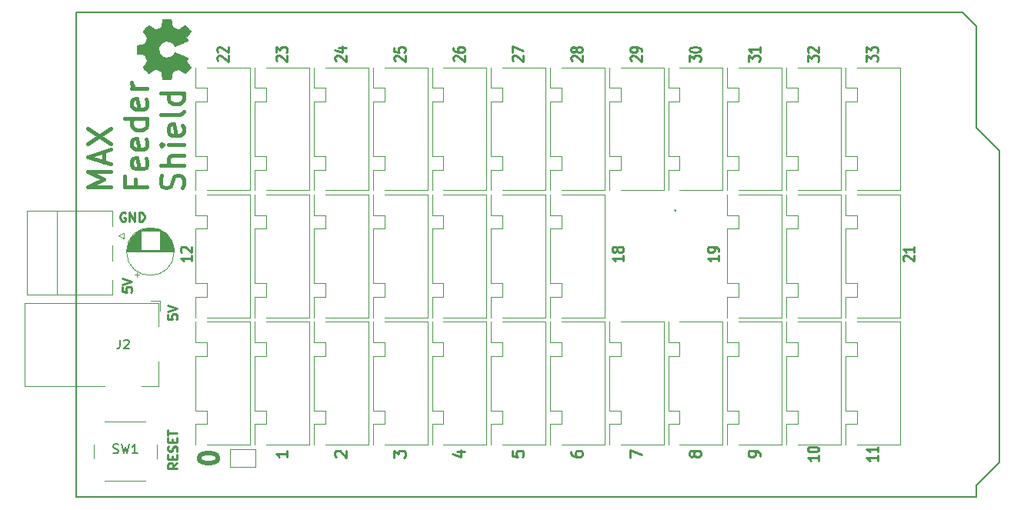
<source format=gbr>
%TF.GenerationSoftware,KiCad,Pcbnew,(6.0.5)*%
%TF.CreationDate,2022-07-11T22:22:59-04:00*%
%TF.ProjectId,MAXFeederShield,4d415846-6565-4646-9572-536869656c64,rev?*%
%TF.SameCoordinates,Original*%
%TF.FileFunction,Legend,Top*%
%TF.FilePolarity,Positive*%
%FSLAX46Y46*%
G04 Gerber Fmt 4.6, Leading zero omitted, Abs format (unit mm)*
G04 Created by KiCad (PCBNEW (6.0.5)) date 2022-07-11 22:22:59*
%MOMM*%
%LPD*%
G01*
G04 APERTURE LIST*
%ADD10C,0.250000*%
%ADD11C,0.500000*%
%ADD12C,0.400000*%
%ADD13C,0.150000*%
%ADD14C,0.120000*%
%ADD15C,0.010000*%
G04 APERTURE END LIST*
D10*
X84452380Y-91027976D02*
X83976190Y-91361309D01*
X84452380Y-91599404D02*
X83452380Y-91599404D01*
X83452380Y-91218452D01*
X83500000Y-91123214D01*
X83547619Y-91075595D01*
X83642857Y-91027976D01*
X83785714Y-91027976D01*
X83880952Y-91075595D01*
X83928571Y-91123214D01*
X83976190Y-91218452D01*
X83976190Y-91599404D01*
X83928571Y-90599404D02*
X83928571Y-90266071D01*
X84452380Y-90123214D02*
X84452380Y-90599404D01*
X83452380Y-90599404D01*
X83452380Y-90123214D01*
X84404761Y-89742261D02*
X84452380Y-89599404D01*
X84452380Y-89361309D01*
X84404761Y-89266071D01*
X84357142Y-89218452D01*
X84261904Y-89170833D01*
X84166666Y-89170833D01*
X84071428Y-89218452D01*
X84023809Y-89266071D01*
X83976190Y-89361309D01*
X83928571Y-89551785D01*
X83880952Y-89647023D01*
X83833333Y-89694642D01*
X83738095Y-89742261D01*
X83642857Y-89742261D01*
X83547619Y-89694642D01*
X83500000Y-89647023D01*
X83452380Y-89551785D01*
X83452380Y-89313690D01*
X83500000Y-89170833D01*
X83928571Y-88742261D02*
X83928571Y-88408928D01*
X84452380Y-88266071D02*
X84452380Y-88742261D01*
X83452380Y-88742261D01*
X83452380Y-88266071D01*
X83452380Y-87980357D02*
X83452380Y-87408928D01*
X84452380Y-87694642D02*
X83452380Y-87694642D01*
D11*
X86904761Y-90595238D02*
X86904761Y-90404761D01*
X87000000Y-90214285D01*
X87095238Y-90119047D01*
X87285714Y-90023809D01*
X87666666Y-89928571D01*
X88142857Y-89928571D01*
X88523809Y-90023809D01*
X88714285Y-90119047D01*
X88809523Y-90214285D01*
X88904761Y-90404761D01*
X88904761Y-90595238D01*
X88809523Y-90785714D01*
X88714285Y-90880952D01*
X88523809Y-90976190D01*
X88142857Y-91071428D01*
X87666666Y-91071428D01*
X87285714Y-90976190D01*
X87095238Y-90880952D01*
X87000000Y-90785714D01*
X86904761Y-90595238D01*
D10*
X140815476Y-46809523D02*
X140815476Y-46190476D01*
X141291666Y-46523809D01*
X141291666Y-46380952D01*
X141351190Y-46285714D01*
X141410714Y-46238095D01*
X141529761Y-46190476D01*
X141827380Y-46190476D01*
X141946428Y-46238095D01*
X142005952Y-46285714D01*
X142065476Y-46380952D01*
X142065476Y-46666666D01*
X142005952Y-46761904D01*
X141946428Y-46809523D01*
X140815476Y-45571428D02*
X140815476Y-45476190D01*
X140875000Y-45380952D01*
X140934523Y-45333333D01*
X141053571Y-45285714D01*
X141291666Y-45238095D01*
X141589285Y-45238095D01*
X141827380Y-45285714D01*
X141946428Y-45333333D01*
X142005952Y-45380952D01*
X142065476Y-45476190D01*
X142065476Y-45571428D01*
X142005952Y-45666666D01*
X141946428Y-45714285D01*
X141827380Y-45761904D01*
X141589285Y-45809523D01*
X141291666Y-45809523D01*
X141053571Y-45761904D01*
X140934523Y-45714285D01*
X140875000Y-45666666D01*
X140815476Y-45571428D01*
X127934523Y-46761904D02*
X127875000Y-46714285D01*
X127815476Y-46619047D01*
X127815476Y-46380952D01*
X127875000Y-46285714D01*
X127934523Y-46238095D01*
X128053571Y-46190476D01*
X128172619Y-46190476D01*
X128351190Y-46238095D01*
X129065476Y-46809523D01*
X129065476Y-46190476D01*
X128351190Y-45619047D02*
X128291666Y-45714285D01*
X128232142Y-45761904D01*
X128113095Y-45809523D01*
X128053571Y-45809523D01*
X127934523Y-45761904D01*
X127875000Y-45714285D01*
X127815476Y-45619047D01*
X127815476Y-45428571D01*
X127875000Y-45333333D01*
X127934523Y-45285714D01*
X128053571Y-45238095D01*
X128113095Y-45238095D01*
X128232142Y-45285714D01*
X128291666Y-45333333D01*
X128351190Y-45428571D01*
X128351190Y-45619047D01*
X128410714Y-45714285D01*
X128470238Y-45761904D01*
X128589285Y-45809523D01*
X128827380Y-45809523D01*
X128946428Y-45761904D01*
X129005952Y-45714285D01*
X129065476Y-45619047D01*
X129065476Y-45428571D01*
X129005952Y-45333333D01*
X128946428Y-45285714D01*
X128827380Y-45238095D01*
X128589285Y-45238095D01*
X128470238Y-45285714D01*
X128410714Y-45333333D01*
X128351190Y-45428571D01*
X134315476Y-90416666D02*
X134315476Y-89583333D01*
X135565476Y-90119047D01*
X148565476Y-90238095D02*
X148565476Y-90000000D01*
X148505952Y-89880952D01*
X148446428Y-89821428D01*
X148267857Y-89702380D01*
X148029761Y-89642857D01*
X147553571Y-89642857D01*
X147434523Y-89702380D01*
X147375000Y-89761904D01*
X147315476Y-89880952D01*
X147315476Y-90119047D01*
X147375000Y-90238095D01*
X147434523Y-90297619D01*
X147553571Y-90357142D01*
X147851190Y-90357142D01*
X147970238Y-90297619D01*
X148029761Y-90238095D01*
X148089285Y-90119047D01*
X148089285Y-89880952D01*
X148029761Y-89761904D01*
X147970238Y-89702380D01*
X147851190Y-89642857D01*
X88934523Y-46761904D02*
X88875000Y-46714285D01*
X88815476Y-46619047D01*
X88815476Y-46380952D01*
X88875000Y-46285714D01*
X88934523Y-46238095D01*
X89053571Y-46190476D01*
X89172619Y-46190476D01*
X89351190Y-46238095D01*
X90065476Y-46809523D01*
X90065476Y-46190476D01*
X88934523Y-45809523D02*
X88875000Y-45761904D01*
X88815476Y-45666666D01*
X88815476Y-45428571D01*
X88875000Y-45333333D01*
X88934523Y-45285714D01*
X89053571Y-45238095D01*
X89172619Y-45238095D01*
X89351190Y-45285714D01*
X90065476Y-45857142D01*
X90065476Y-45238095D01*
X78452380Y-71690476D02*
X78452380Y-72166666D01*
X78928571Y-72214285D01*
X78880952Y-72166666D01*
X78833333Y-72071428D01*
X78833333Y-71833333D01*
X78880952Y-71738095D01*
X78928571Y-71690476D01*
X79023809Y-71642857D01*
X79261904Y-71642857D01*
X79357142Y-71690476D01*
X79404761Y-71738095D01*
X79452380Y-71833333D01*
X79452380Y-72071428D01*
X79404761Y-72166666D01*
X79357142Y-72214285D01*
X78452380Y-71357142D02*
X79452380Y-71023809D01*
X78452380Y-70690476D01*
X114934523Y-46761904D02*
X114875000Y-46714285D01*
X114815476Y-46619047D01*
X114815476Y-46380952D01*
X114875000Y-46285714D01*
X114934523Y-46238095D01*
X115053571Y-46190476D01*
X115172619Y-46190476D01*
X115351190Y-46238095D01*
X116065476Y-46809523D01*
X116065476Y-46190476D01*
X114815476Y-45333333D02*
X114815476Y-45523809D01*
X114875000Y-45619047D01*
X114934523Y-45666666D01*
X115113095Y-45761904D01*
X115351190Y-45809523D01*
X115827380Y-45809523D01*
X115946428Y-45761904D01*
X116005952Y-45714285D01*
X116065476Y-45619047D01*
X116065476Y-45428571D01*
X116005952Y-45333333D01*
X115946428Y-45285714D01*
X115827380Y-45238095D01*
X115529761Y-45238095D01*
X115410714Y-45285714D01*
X115351190Y-45333333D01*
X115291666Y-45428571D01*
X115291666Y-45619047D01*
X115351190Y-45714285D01*
X115410714Y-45761904D01*
X115529761Y-45809523D01*
X78738095Y-63500000D02*
X78642857Y-63452380D01*
X78500000Y-63452380D01*
X78357142Y-63500000D01*
X78261904Y-63595238D01*
X78214285Y-63690476D01*
X78166666Y-63880952D01*
X78166666Y-64023809D01*
X78214285Y-64214285D01*
X78261904Y-64309523D01*
X78357142Y-64404761D01*
X78500000Y-64452380D01*
X78595238Y-64452380D01*
X78738095Y-64404761D01*
X78785714Y-64357142D01*
X78785714Y-64023809D01*
X78595238Y-64023809D01*
X79214285Y-64452380D02*
X79214285Y-63452380D01*
X79785714Y-64452380D01*
X79785714Y-63452380D01*
X80261904Y-64452380D02*
X80261904Y-63452380D01*
X80500000Y-63452380D01*
X80642857Y-63500000D01*
X80738095Y-63595238D01*
X80785714Y-63690476D01*
X80833333Y-63880952D01*
X80833333Y-64023809D01*
X80785714Y-64214285D01*
X80738095Y-64309523D01*
X80642857Y-64404761D01*
X80500000Y-64452380D01*
X80261904Y-64452380D01*
X101934523Y-46761904D02*
X101875000Y-46714285D01*
X101815476Y-46619047D01*
X101815476Y-46380952D01*
X101875000Y-46285714D01*
X101934523Y-46238095D01*
X102053571Y-46190476D01*
X102172619Y-46190476D01*
X102351190Y-46238095D01*
X103065476Y-46809523D01*
X103065476Y-46190476D01*
X102232142Y-45333333D02*
X103065476Y-45333333D01*
X101755952Y-45571428D02*
X102648809Y-45809523D01*
X102648809Y-45190476D01*
X108315476Y-90416666D02*
X108315476Y-89642857D01*
X108791666Y-90059523D01*
X108791666Y-89880952D01*
X108851190Y-89761904D01*
X108910714Y-89702380D01*
X109029761Y-89642857D01*
X109327380Y-89642857D01*
X109446428Y-89702380D01*
X109505952Y-89761904D01*
X109565476Y-89880952D01*
X109565476Y-90238095D01*
X109505952Y-90357142D01*
X109446428Y-90416666D01*
X96565476Y-89642857D02*
X96565476Y-90357142D01*
X96565476Y-90000000D02*
X95315476Y-90000000D01*
X95494047Y-90119047D01*
X95613095Y-90238095D01*
X95672619Y-90357142D01*
X115232142Y-89761904D02*
X116065476Y-89761904D01*
X114755952Y-90059523D02*
X115648809Y-90357142D01*
X115648809Y-89583333D01*
X161565476Y-90190476D02*
X161565476Y-90761904D01*
X161565476Y-90476190D02*
X160315476Y-90476190D01*
X160494047Y-90571428D01*
X160613095Y-90666666D01*
X160672619Y-90761904D01*
X161565476Y-89238095D02*
X161565476Y-89809523D01*
X161565476Y-89523809D02*
X160315476Y-89523809D01*
X160494047Y-89619047D01*
X160613095Y-89714285D01*
X160672619Y-89809523D01*
X108434523Y-46761904D02*
X108375000Y-46714285D01*
X108315476Y-46619047D01*
X108315476Y-46380952D01*
X108375000Y-46285714D01*
X108434523Y-46238095D01*
X108553571Y-46190476D01*
X108672619Y-46190476D01*
X108851190Y-46238095D01*
X109565476Y-46809523D01*
X109565476Y-46190476D01*
X108315476Y-45285714D02*
X108315476Y-45761904D01*
X108910714Y-45809523D01*
X108851190Y-45761904D01*
X108791666Y-45666666D01*
X108791666Y-45428571D01*
X108851190Y-45333333D01*
X108910714Y-45285714D01*
X109029761Y-45238095D01*
X109327380Y-45238095D01*
X109446428Y-45285714D01*
X109505952Y-45333333D01*
X109565476Y-45428571D01*
X109565476Y-45666666D01*
X109505952Y-45761904D01*
X109446428Y-45809523D01*
X141351190Y-90119047D02*
X141291666Y-90238095D01*
X141232142Y-90297619D01*
X141113095Y-90357142D01*
X141053571Y-90357142D01*
X140934523Y-90297619D01*
X140875000Y-90238095D01*
X140815476Y-90119047D01*
X140815476Y-89880952D01*
X140875000Y-89761904D01*
X140934523Y-89702380D01*
X141053571Y-89642857D01*
X141113095Y-89642857D01*
X141232142Y-89702380D01*
X141291666Y-89761904D01*
X141351190Y-89880952D01*
X141351190Y-90119047D01*
X141410714Y-90238095D01*
X141470238Y-90297619D01*
X141589285Y-90357142D01*
X141827380Y-90357142D01*
X141946428Y-90297619D01*
X142005952Y-90238095D01*
X142065476Y-90119047D01*
X142065476Y-89880952D01*
X142005952Y-89761904D01*
X141946428Y-89702380D01*
X141827380Y-89642857D01*
X141589285Y-89642857D01*
X141470238Y-89702380D01*
X141410714Y-89761904D01*
X141351190Y-89880952D01*
X86065476Y-68190476D02*
X86065476Y-68761904D01*
X86065476Y-68476190D02*
X84815476Y-68476190D01*
X84994047Y-68571428D01*
X85113095Y-68666666D01*
X85172619Y-68761904D01*
X84934523Y-67809523D02*
X84875000Y-67761904D01*
X84815476Y-67666666D01*
X84815476Y-67428571D01*
X84875000Y-67333333D01*
X84934523Y-67285714D01*
X85053571Y-67238095D01*
X85172619Y-67238095D01*
X85351190Y-67285714D01*
X86065476Y-67857142D01*
X86065476Y-67238095D01*
X83452380Y-74690476D02*
X83452380Y-75166666D01*
X83928571Y-75214285D01*
X83880952Y-75166666D01*
X83833333Y-75071428D01*
X83833333Y-74833333D01*
X83880952Y-74738095D01*
X83928571Y-74690476D01*
X84023809Y-74642857D01*
X84261904Y-74642857D01*
X84357142Y-74690476D01*
X84404761Y-74738095D01*
X84452380Y-74833333D01*
X84452380Y-75071428D01*
X84404761Y-75166666D01*
X84357142Y-75214285D01*
X83452380Y-74357142D02*
X84452380Y-74023809D01*
X83452380Y-73690476D01*
X147315476Y-46809523D02*
X147315476Y-46190476D01*
X147791666Y-46523809D01*
X147791666Y-46380952D01*
X147851190Y-46285714D01*
X147910714Y-46238095D01*
X148029761Y-46190476D01*
X148327380Y-46190476D01*
X148446428Y-46238095D01*
X148505952Y-46285714D01*
X148565476Y-46380952D01*
X148565476Y-46666666D01*
X148505952Y-46761904D01*
X148446428Y-46809523D01*
X148565476Y-45238095D02*
X148565476Y-45809523D01*
X148565476Y-45523809D02*
X147315476Y-45523809D01*
X147494047Y-45619047D01*
X147613095Y-45714285D01*
X147672619Y-45809523D01*
X164434523Y-68761904D02*
X164375000Y-68714285D01*
X164315476Y-68619047D01*
X164315476Y-68380952D01*
X164375000Y-68285714D01*
X164434523Y-68238095D01*
X164553571Y-68190476D01*
X164672619Y-68190476D01*
X164851190Y-68238095D01*
X165565476Y-68809523D01*
X165565476Y-68190476D01*
X165565476Y-67238095D02*
X165565476Y-67809523D01*
X165565476Y-67523809D02*
X164315476Y-67523809D01*
X164494047Y-67619047D01*
X164613095Y-67714285D01*
X164672619Y-67809523D01*
X155065476Y-90190476D02*
X155065476Y-90761904D01*
X155065476Y-90476190D02*
X153815476Y-90476190D01*
X153994047Y-90571428D01*
X154113095Y-90666666D01*
X154172619Y-90761904D01*
X153815476Y-89571428D02*
X153815476Y-89476190D01*
X153875000Y-89380952D01*
X153934523Y-89333333D01*
X154053571Y-89285714D01*
X154291666Y-89238095D01*
X154589285Y-89238095D01*
X154827380Y-89285714D01*
X154946428Y-89333333D01*
X155005952Y-89380952D01*
X155065476Y-89476190D01*
X155065476Y-89571428D01*
X155005952Y-89666666D01*
X154946428Y-89714285D01*
X154827380Y-89761904D01*
X154589285Y-89809523D01*
X154291666Y-89809523D01*
X154053571Y-89761904D01*
X153934523Y-89714285D01*
X153875000Y-89666666D01*
X153815476Y-89571428D01*
X127815476Y-89761904D02*
X127815476Y-90000000D01*
X127875000Y-90119047D01*
X127934523Y-90178571D01*
X128113095Y-90297619D01*
X128351190Y-90357142D01*
X128827380Y-90357142D01*
X128946428Y-90297619D01*
X129005952Y-90238095D01*
X129065476Y-90119047D01*
X129065476Y-89880952D01*
X129005952Y-89761904D01*
X128946428Y-89702380D01*
X128827380Y-89642857D01*
X128529761Y-89642857D01*
X128410714Y-89702380D01*
X128351190Y-89761904D01*
X128291666Y-89880952D01*
X128291666Y-90119047D01*
X128351190Y-90238095D01*
X128410714Y-90297619D01*
X128529761Y-90357142D01*
X144065476Y-68190476D02*
X144065476Y-68761904D01*
X144065476Y-68476190D02*
X142815476Y-68476190D01*
X142994047Y-68571428D01*
X143113095Y-68666666D01*
X143172619Y-68761904D01*
X144065476Y-67714285D02*
X144065476Y-67523809D01*
X144005952Y-67428571D01*
X143946428Y-67380952D01*
X143767857Y-67285714D01*
X143529761Y-67238095D01*
X143053571Y-67238095D01*
X142934523Y-67285714D01*
X142875000Y-67333333D01*
X142815476Y-67428571D01*
X142815476Y-67619047D01*
X142875000Y-67714285D01*
X142934523Y-67761904D01*
X143053571Y-67809523D01*
X143351190Y-67809523D01*
X143470238Y-67761904D01*
X143529761Y-67714285D01*
X143589285Y-67619047D01*
X143589285Y-67428571D01*
X143529761Y-67333333D01*
X143470238Y-67285714D01*
X143351190Y-67238095D01*
X121434523Y-46761904D02*
X121375000Y-46714285D01*
X121315476Y-46619047D01*
X121315476Y-46380952D01*
X121375000Y-46285714D01*
X121434523Y-46238095D01*
X121553571Y-46190476D01*
X121672619Y-46190476D01*
X121851190Y-46238095D01*
X122565476Y-46809523D01*
X122565476Y-46190476D01*
X121315476Y-45857142D02*
X121315476Y-45190476D01*
X122565476Y-45619047D01*
X101934523Y-90357142D02*
X101875000Y-90297619D01*
X101815476Y-90178571D01*
X101815476Y-89880952D01*
X101875000Y-89761904D01*
X101934523Y-89702380D01*
X102053571Y-89642857D01*
X102172619Y-89642857D01*
X102351190Y-89702380D01*
X103065476Y-90416666D01*
X103065476Y-89642857D01*
X134434523Y-46761904D02*
X134375000Y-46714285D01*
X134315476Y-46619047D01*
X134315476Y-46380952D01*
X134375000Y-46285714D01*
X134434523Y-46238095D01*
X134553571Y-46190476D01*
X134672619Y-46190476D01*
X134851190Y-46238095D01*
X135565476Y-46809523D01*
X135565476Y-46190476D01*
X135565476Y-45714285D02*
X135565476Y-45523809D01*
X135505952Y-45428571D01*
X135446428Y-45380952D01*
X135267857Y-45285714D01*
X135029761Y-45238095D01*
X134553571Y-45238095D01*
X134434523Y-45285714D01*
X134375000Y-45333333D01*
X134315476Y-45428571D01*
X134315476Y-45619047D01*
X134375000Y-45714285D01*
X134434523Y-45761904D01*
X134553571Y-45809523D01*
X134851190Y-45809523D01*
X134970238Y-45761904D01*
X135029761Y-45714285D01*
X135089285Y-45619047D01*
X135089285Y-45428571D01*
X135029761Y-45333333D01*
X134970238Y-45285714D01*
X134851190Y-45238095D01*
X121315476Y-89702380D02*
X121315476Y-90297619D01*
X121910714Y-90357142D01*
X121851190Y-90297619D01*
X121791666Y-90178571D01*
X121791666Y-89880952D01*
X121851190Y-89761904D01*
X121910714Y-89702380D01*
X122029761Y-89642857D01*
X122327380Y-89642857D01*
X122446428Y-89702380D01*
X122505952Y-89761904D01*
X122565476Y-89880952D01*
X122565476Y-90178571D01*
X122505952Y-90297619D01*
X122446428Y-90357142D01*
X160315476Y-46809523D02*
X160315476Y-46190476D01*
X160791666Y-46523809D01*
X160791666Y-46380952D01*
X160851190Y-46285714D01*
X160910714Y-46238095D01*
X161029761Y-46190476D01*
X161327380Y-46190476D01*
X161446428Y-46238095D01*
X161505952Y-46285714D01*
X161565476Y-46380952D01*
X161565476Y-46666666D01*
X161505952Y-46761904D01*
X161446428Y-46809523D01*
X160315476Y-45857142D02*
X160315476Y-45238095D01*
X160791666Y-45571428D01*
X160791666Y-45428571D01*
X160851190Y-45333333D01*
X160910714Y-45285714D01*
X161029761Y-45238095D01*
X161327380Y-45238095D01*
X161446428Y-45285714D01*
X161505952Y-45333333D01*
X161565476Y-45428571D01*
X161565476Y-45714285D01*
X161505952Y-45809523D01*
X161446428Y-45857142D01*
D12*
X77105952Y-60644761D02*
X74605952Y-60644761D01*
X76391666Y-59811428D01*
X74605952Y-58978095D01*
X77105952Y-58978095D01*
X76391666Y-57906666D02*
X76391666Y-56716190D01*
X77105952Y-58144761D02*
X74605952Y-57311428D01*
X77105952Y-56478095D01*
X74605952Y-55882857D02*
X77105952Y-54216190D01*
X74605952Y-54216190D02*
X77105952Y-55882857D01*
X79821428Y-59811428D02*
X79821428Y-60644761D01*
X81130952Y-60644761D02*
X78630952Y-60644761D01*
X78630952Y-59454285D01*
X81011904Y-57549523D02*
X81130952Y-57787619D01*
X81130952Y-58263809D01*
X81011904Y-58501904D01*
X80773809Y-58620952D01*
X79821428Y-58620952D01*
X79583333Y-58501904D01*
X79464285Y-58263809D01*
X79464285Y-57787619D01*
X79583333Y-57549523D01*
X79821428Y-57430476D01*
X80059523Y-57430476D01*
X80297619Y-58620952D01*
X81011904Y-55406666D02*
X81130952Y-55644761D01*
X81130952Y-56120952D01*
X81011904Y-56359047D01*
X80773809Y-56478095D01*
X79821428Y-56478095D01*
X79583333Y-56359047D01*
X79464285Y-56120952D01*
X79464285Y-55644761D01*
X79583333Y-55406666D01*
X79821428Y-55287619D01*
X80059523Y-55287619D01*
X80297619Y-56478095D01*
X81130952Y-53144761D02*
X78630952Y-53144761D01*
X81011904Y-53144761D02*
X81130952Y-53382857D01*
X81130952Y-53859047D01*
X81011904Y-54097142D01*
X80892857Y-54216190D01*
X80654761Y-54335238D01*
X79940476Y-54335238D01*
X79702380Y-54216190D01*
X79583333Y-54097142D01*
X79464285Y-53859047D01*
X79464285Y-53382857D01*
X79583333Y-53144761D01*
X81011904Y-51001904D02*
X81130952Y-51240000D01*
X81130952Y-51716190D01*
X81011904Y-51954285D01*
X80773809Y-52073333D01*
X79821428Y-52073333D01*
X79583333Y-51954285D01*
X79464285Y-51716190D01*
X79464285Y-51240000D01*
X79583333Y-51001904D01*
X79821428Y-50882857D01*
X80059523Y-50882857D01*
X80297619Y-52073333D01*
X81130952Y-49811428D02*
X79464285Y-49811428D01*
X79940476Y-49811428D02*
X79702380Y-49692380D01*
X79583333Y-49573333D01*
X79464285Y-49335238D01*
X79464285Y-49097142D01*
X85036904Y-60763809D02*
X85155952Y-60406666D01*
X85155952Y-59811428D01*
X85036904Y-59573333D01*
X84917857Y-59454285D01*
X84679761Y-59335238D01*
X84441666Y-59335238D01*
X84203571Y-59454285D01*
X84084523Y-59573333D01*
X83965476Y-59811428D01*
X83846428Y-60287619D01*
X83727380Y-60525714D01*
X83608333Y-60644761D01*
X83370238Y-60763809D01*
X83132142Y-60763809D01*
X82894047Y-60644761D01*
X82775000Y-60525714D01*
X82655952Y-60287619D01*
X82655952Y-59692380D01*
X82775000Y-59335238D01*
X85155952Y-58263809D02*
X82655952Y-58263809D01*
X85155952Y-57192380D02*
X83846428Y-57192380D01*
X83608333Y-57311428D01*
X83489285Y-57549523D01*
X83489285Y-57906666D01*
X83608333Y-58144761D01*
X83727380Y-58263809D01*
X85155952Y-56001904D02*
X83489285Y-56001904D01*
X82655952Y-56001904D02*
X82775000Y-56120952D01*
X82894047Y-56001904D01*
X82775000Y-55882857D01*
X82655952Y-56001904D01*
X82894047Y-56001904D01*
X85036904Y-53859047D02*
X85155952Y-54097142D01*
X85155952Y-54573333D01*
X85036904Y-54811428D01*
X84798809Y-54930476D01*
X83846428Y-54930476D01*
X83608333Y-54811428D01*
X83489285Y-54573333D01*
X83489285Y-54097142D01*
X83608333Y-53859047D01*
X83846428Y-53740000D01*
X84084523Y-53740000D01*
X84322619Y-54930476D01*
X85155952Y-52311428D02*
X85036904Y-52549523D01*
X84798809Y-52668571D01*
X82655952Y-52668571D01*
X85155952Y-50287619D02*
X82655952Y-50287619D01*
X85036904Y-50287619D02*
X85155952Y-50525714D01*
X85155952Y-51001904D01*
X85036904Y-51240000D01*
X84917857Y-51359047D01*
X84679761Y-51478095D01*
X83965476Y-51478095D01*
X83727380Y-51359047D01*
X83608333Y-51240000D01*
X83489285Y-51001904D01*
X83489285Y-50525714D01*
X83608333Y-50287619D01*
D10*
X133565476Y-68190476D02*
X133565476Y-68761904D01*
X133565476Y-68476190D02*
X132315476Y-68476190D01*
X132494047Y-68571428D01*
X132613095Y-68666666D01*
X132672619Y-68761904D01*
X132851190Y-67619047D02*
X132791666Y-67714285D01*
X132732142Y-67761904D01*
X132613095Y-67809523D01*
X132553571Y-67809523D01*
X132434523Y-67761904D01*
X132375000Y-67714285D01*
X132315476Y-67619047D01*
X132315476Y-67428571D01*
X132375000Y-67333333D01*
X132434523Y-67285714D01*
X132553571Y-67238095D01*
X132613095Y-67238095D01*
X132732142Y-67285714D01*
X132791666Y-67333333D01*
X132851190Y-67428571D01*
X132851190Y-67619047D01*
X132910714Y-67714285D01*
X132970238Y-67761904D01*
X133089285Y-67809523D01*
X133327380Y-67809523D01*
X133446428Y-67761904D01*
X133505952Y-67714285D01*
X133565476Y-67619047D01*
X133565476Y-67428571D01*
X133505952Y-67333333D01*
X133446428Y-67285714D01*
X133327380Y-67238095D01*
X133089285Y-67238095D01*
X132970238Y-67285714D01*
X132910714Y-67333333D01*
X132851190Y-67428571D01*
X153815476Y-46809523D02*
X153815476Y-46190476D01*
X154291666Y-46523809D01*
X154291666Y-46380952D01*
X154351190Y-46285714D01*
X154410714Y-46238095D01*
X154529761Y-46190476D01*
X154827380Y-46190476D01*
X154946428Y-46238095D01*
X155005952Y-46285714D01*
X155065476Y-46380952D01*
X155065476Y-46666666D01*
X155005952Y-46761904D01*
X154946428Y-46809523D01*
X153934523Y-45809523D02*
X153875000Y-45761904D01*
X153815476Y-45666666D01*
X153815476Y-45428571D01*
X153875000Y-45333333D01*
X153934523Y-45285714D01*
X154053571Y-45238095D01*
X154172619Y-45238095D01*
X154351190Y-45285714D01*
X155065476Y-45857142D01*
X155065476Y-45238095D01*
X95434523Y-46761904D02*
X95375000Y-46714285D01*
X95315476Y-46619047D01*
X95315476Y-46380952D01*
X95375000Y-46285714D01*
X95434523Y-46238095D01*
X95553571Y-46190476D01*
X95672619Y-46190476D01*
X95851190Y-46238095D01*
X96565476Y-46809523D01*
X96565476Y-46190476D01*
X95315476Y-45857142D02*
X95315476Y-45238095D01*
X95791666Y-45571428D01*
X95791666Y-45428571D01*
X95851190Y-45333333D01*
X95910714Y-45285714D01*
X96029761Y-45238095D01*
X96327380Y-45238095D01*
X96446428Y-45285714D01*
X96505952Y-45333333D01*
X96565476Y-45428571D01*
X96565476Y-45714285D01*
X96505952Y-45809523D01*
X96446428Y-45857142D01*
D13*
%TO.C,J2*%
X78166666Y-77452380D02*
X78166666Y-78166666D01*
X78119047Y-78309523D01*
X78023809Y-78404761D01*
X77880952Y-78452380D01*
X77785714Y-78452380D01*
X78595238Y-77547619D02*
X78642857Y-77500000D01*
X78738095Y-77452380D01*
X78976190Y-77452380D01*
X79071428Y-77500000D01*
X79119047Y-77547619D01*
X79166666Y-77642857D01*
X79166666Y-77738095D01*
X79119047Y-77880952D01*
X78547619Y-78452380D01*
X79166666Y-78452380D01*
%TO.C,SW1*%
X77416666Y-89904761D02*
X77559523Y-89952380D01*
X77797619Y-89952380D01*
X77892857Y-89904761D01*
X77940476Y-89857142D01*
X77988095Y-89761904D01*
X77988095Y-89666666D01*
X77940476Y-89571428D01*
X77892857Y-89523809D01*
X77797619Y-89476190D01*
X77607142Y-89428571D01*
X77511904Y-89380952D01*
X77464285Y-89333333D01*
X77416666Y-89238095D01*
X77416666Y-89142857D01*
X77464285Y-89047619D01*
X77511904Y-89000000D01*
X77607142Y-88952380D01*
X77845238Y-88952380D01*
X77988095Y-89000000D01*
X78321428Y-88952380D02*
X78559523Y-89952380D01*
X78750000Y-89238095D01*
X78940476Y-89952380D01*
X79178571Y-88952380D01*
X80083333Y-89952380D02*
X79511904Y-89952380D01*
X79797619Y-89952380D02*
X79797619Y-88952380D01*
X79702380Y-89095238D01*
X79607142Y-89190476D01*
X79511904Y-89238095D01*
%TO.C,XA1*%
X139284000Y-63143142D02*
X139331619Y-63190761D01*
X139284000Y-63238380D01*
X139236380Y-63190761D01*
X139284000Y-63143142D01*
X139284000Y-63238380D01*
D14*
%TO.C,J34*%
X151000000Y-75500000D02*
X151000000Y-89000000D01*
X146250000Y-86750000D02*
X145000000Y-86750000D01*
X146250000Y-79250000D02*
X145000000Y-79250000D01*
X146250000Y-77750000D02*
X146250000Y-79250000D01*
X145000000Y-79250000D02*
X145000000Y-85250000D01*
X146250000Y-89000000D02*
X151000000Y-89000000D01*
X145000000Y-75500000D02*
X145000000Y-77750000D01*
X146250000Y-75500000D02*
X151000000Y-75500000D01*
X146250000Y-85250000D02*
X146250000Y-86750000D01*
X145000000Y-85250000D02*
X146250000Y-85250000D01*
X145000000Y-86750000D02*
X145000000Y-89000000D01*
X145000000Y-77750000D02*
X146250000Y-77750000D01*
%TO.C,J8*%
X131500000Y-47500000D02*
X131500000Y-61000000D01*
X126750000Y-58750000D02*
X125500000Y-58750000D01*
X126750000Y-51250000D02*
X125500000Y-51250000D01*
X126750000Y-49750000D02*
X126750000Y-51250000D01*
X125500000Y-51250000D02*
X125500000Y-57250000D01*
X126750000Y-61000000D02*
X131500000Y-61000000D01*
X125500000Y-47500000D02*
X125500000Y-49750000D01*
X126750000Y-47500000D02*
X131500000Y-47500000D01*
X126750000Y-57250000D02*
X126750000Y-58750000D01*
X125500000Y-57250000D02*
X126750000Y-57250000D01*
X125500000Y-58750000D02*
X125500000Y-61000000D01*
X125500000Y-49750000D02*
X126750000Y-49750000D01*
%TO.C,J25*%
X92500000Y-75500000D02*
X92500000Y-89000000D01*
X87750000Y-86750000D02*
X86500000Y-86750000D01*
X87750000Y-79250000D02*
X86500000Y-79250000D01*
X87750000Y-77750000D02*
X87750000Y-79250000D01*
X86500000Y-79250000D02*
X86500000Y-85250000D01*
X87750000Y-89000000D02*
X92500000Y-89000000D01*
X86500000Y-75500000D02*
X86500000Y-77750000D01*
X87750000Y-75500000D02*
X92500000Y-75500000D01*
X87750000Y-85250000D02*
X87750000Y-86750000D01*
X86500000Y-85250000D02*
X87750000Y-85250000D01*
X86500000Y-86750000D02*
X86500000Y-89000000D01*
X86500000Y-77750000D02*
X87750000Y-77750000D01*
%TO.C,J28*%
X112000000Y-75500000D02*
X112000000Y-89000000D01*
X107250000Y-86750000D02*
X106000000Y-86750000D01*
X107250000Y-79250000D02*
X106000000Y-79250000D01*
X107250000Y-77750000D02*
X107250000Y-79250000D01*
X106000000Y-79250000D02*
X106000000Y-85250000D01*
X107250000Y-89000000D02*
X112000000Y-89000000D01*
X106000000Y-75500000D02*
X106000000Y-77750000D01*
X107250000Y-75500000D02*
X112000000Y-75500000D01*
X107250000Y-85250000D02*
X107250000Y-86750000D01*
X106000000Y-85250000D02*
X107250000Y-85250000D01*
X106000000Y-86750000D02*
X106000000Y-89000000D01*
X106000000Y-77750000D02*
X107250000Y-77750000D01*
%TO.C,J35*%
X157500000Y-75500000D02*
X157500000Y-89000000D01*
X152750000Y-86750000D02*
X151500000Y-86750000D01*
X152750000Y-79250000D02*
X151500000Y-79250000D01*
X152750000Y-77750000D02*
X152750000Y-79250000D01*
X151500000Y-79250000D02*
X151500000Y-85250000D01*
X152750000Y-89000000D02*
X157500000Y-89000000D01*
X151500000Y-75500000D02*
X151500000Y-77750000D01*
X152750000Y-75500000D02*
X157500000Y-75500000D01*
X152750000Y-85250000D02*
X152750000Y-86750000D01*
X151500000Y-85250000D02*
X152750000Y-85250000D01*
X151500000Y-86750000D02*
X151500000Y-89000000D01*
X151500000Y-77750000D02*
X152750000Y-77750000D01*
%TO.C,J3*%
X99000000Y-47500000D02*
X99000000Y-61000000D01*
X94250000Y-58750000D02*
X93000000Y-58750000D01*
X94250000Y-51250000D02*
X93000000Y-51250000D01*
X94250000Y-49750000D02*
X94250000Y-51250000D01*
X93000000Y-51250000D02*
X93000000Y-57250000D01*
X94250000Y-61000000D02*
X99000000Y-61000000D01*
X93000000Y-47500000D02*
X93000000Y-49750000D01*
X94250000Y-47500000D02*
X99000000Y-47500000D01*
X94250000Y-57250000D02*
X94250000Y-58750000D01*
X93000000Y-57250000D02*
X94250000Y-57250000D01*
X93000000Y-58750000D02*
X93000000Y-61000000D01*
X93000000Y-49750000D02*
X94250000Y-49750000D01*
%TO.C,J1*%
X92500000Y-47500000D02*
X92500000Y-61000000D01*
X87750000Y-58750000D02*
X86500000Y-58750000D01*
X87750000Y-51250000D02*
X86500000Y-51250000D01*
X87750000Y-49750000D02*
X87750000Y-51250000D01*
X86500000Y-51250000D02*
X86500000Y-57250000D01*
X87750000Y-61000000D02*
X92500000Y-61000000D01*
X86500000Y-47500000D02*
X86500000Y-49750000D01*
X87750000Y-47500000D02*
X92500000Y-47500000D01*
X87750000Y-57250000D02*
X87750000Y-58750000D01*
X86500000Y-57250000D02*
X87750000Y-57250000D01*
X86500000Y-58750000D02*
X86500000Y-61000000D01*
X86500000Y-49750000D02*
X87750000Y-49750000D01*
%TO.C,J26*%
X99000000Y-75500000D02*
X99000000Y-89000000D01*
X94250000Y-86750000D02*
X93000000Y-86750000D01*
X94250000Y-79250000D02*
X93000000Y-79250000D01*
X94250000Y-77750000D02*
X94250000Y-79250000D01*
X93000000Y-79250000D02*
X93000000Y-85250000D01*
X94250000Y-89000000D02*
X99000000Y-89000000D01*
X93000000Y-75500000D02*
X93000000Y-77750000D01*
X94250000Y-75500000D02*
X99000000Y-75500000D01*
X94250000Y-85250000D02*
X94250000Y-86750000D01*
X93000000Y-85250000D02*
X94250000Y-85250000D01*
X93000000Y-86750000D02*
X93000000Y-89000000D01*
X93000000Y-77750000D02*
X94250000Y-77750000D01*
%TO.C,J20*%
X131500000Y-61500000D02*
X131500000Y-75000000D01*
X126750000Y-72750000D02*
X125500000Y-72750000D01*
X126750000Y-65250000D02*
X125500000Y-65250000D01*
X126750000Y-63750000D02*
X126750000Y-65250000D01*
X125500000Y-65250000D02*
X125500000Y-71250000D01*
X126750000Y-75000000D02*
X131500000Y-75000000D01*
X125500000Y-61500000D02*
X125500000Y-63750000D01*
X126750000Y-61500000D02*
X131500000Y-61500000D01*
X126750000Y-71250000D02*
X126750000Y-72750000D01*
X125500000Y-71250000D02*
X126750000Y-71250000D01*
X125500000Y-72750000D02*
X125500000Y-75000000D01*
X125500000Y-63750000D02*
X126750000Y-63750000D01*
%TO.C,J11*%
X151000000Y-47500000D02*
X151000000Y-61000000D01*
X146250000Y-58750000D02*
X145000000Y-58750000D01*
X146250000Y-51250000D02*
X145000000Y-51250000D01*
X146250000Y-49750000D02*
X146250000Y-51250000D01*
X145000000Y-51250000D02*
X145000000Y-57250000D01*
X146250000Y-61000000D02*
X151000000Y-61000000D01*
X145000000Y-47500000D02*
X145000000Y-49750000D01*
X146250000Y-47500000D02*
X151000000Y-47500000D01*
X146250000Y-57250000D02*
X146250000Y-58750000D01*
X145000000Y-57250000D02*
X146250000Y-57250000D01*
X145000000Y-58750000D02*
X145000000Y-61000000D01*
X145000000Y-49750000D02*
X146250000Y-49750000D01*
%TO.C,J13*%
X164000000Y-47500000D02*
X164000000Y-61000000D01*
X159250000Y-58750000D02*
X158000000Y-58750000D01*
X159250000Y-51250000D02*
X158000000Y-51250000D01*
X159250000Y-49750000D02*
X159250000Y-51250000D01*
X158000000Y-51250000D02*
X158000000Y-57250000D01*
X159250000Y-61000000D02*
X164000000Y-61000000D01*
X158000000Y-47500000D02*
X158000000Y-49750000D01*
X159250000Y-47500000D02*
X164000000Y-47500000D01*
X159250000Y-57250000D02*
X159250000Y-58750000D01*
X158000000Y-57250000D02*
X159250000Y-57250000D01*
X158000000Y-58750000D02*
X158000000Y-61000000D01*
X158000000Y-49750000D02*
X159250000Y-49750000D01*
%TO.C,J32*%
X138000000Y-75500000D02*
X138000000Y-89000000D01*
X133250000Y-86750000D02*
X132000000Y-86750000D01*
X133250000Y-79250000D02*
X132000000Y-79250000D01*
X133250000Y-77750000D02*
X133250000Y-79250000D01*
X132000000Y-79250000D02*
X132000000Y-85250000D01*
X133250000Y-89000000D02*
X138000000Y-89000000D01*
X132000000Y-75500000D02*
X132000000Y-77750000D01*
X133250000Y-75500000D02*
X138000000Y-75500000D01*
X133250000Y-85250000D02*
X133250000Y-86750000D01*
X132000000Y-85250000D02*
X133250000Y-85250000D01*
X132000000Y-86750000D02*
X132000000Y-89000000D01*
X132000000Y-77750000D02*
X133250000Y-77750000D01*
%TO.C,J29*%
X118500000Y-75500000D02*
X118500000Y-89000000D01*
X113750000Y-86750000D02*
X112500000Y-86750000D01*
X113750000Y-79250000D02*
X112500000Y-79250000D01*
X113750000Y-77750000D02*
X113750000Y-79250000D01*
X112500000Y-79250000D02*
X112500000Y-85250000D01*
X113750000Y-89000000D02*
X118500000Y-89000000D01*
X112500000Y-75500000D02*
X112500000Y-77750000D01*
X113750000Y-75500000D02*
X118500000Y-75500000D01*
X113750000Y-85250000D02*
X113750000Y-86750000D01*
X112500000Y-85250000D02*
X113750000Y-85250000D01*
X112500000Y-86750000D02*
X112500000Y-89000000D01*
X112500000Y-77750000D02*
X113750000Y-77750000D01*
%TO.C,J19*%
X125000000Y-61500000D02*
X125000000Y-75000000D01*
X120250000Y-72750000D02*
X119000000Y-72750000D01*
X120250000Y-65250000D02*
X119000000Y-65250000D01*
X120250000Y-63750000D02*
X120250000Y-65250000D01*
X119000000Y-65250000D02*
X119000000Y-71250000D01*
X120250000Y-75000000D02*
X125000000Y-75000000D01*
X119000000Y-61500000D02*
X119000000Y-63750000D01*
X120250000Y-61500000D02*
X125000000Y-61500000D01*
X120250000Y-71250000D02*
X120250000Y-72750000D01*
X119000000Y-71250000D02*
X120250000Y-71250000D01*
X119000000Y-72750000D02*
X119000000Y-75000000D01*
X119000000Y-63750000D02*
X120250000Y-63750000D01*
%TO.C,J33*%
X144500000Y-75500000D02*
X144500000Y-89000000D01*
X139750000Y-86750000D02*
X138500000Y-86750000D01*
X139750000Y-79250000D02*
X138500000Y-79250000D01*
X139750000Y-77750000D02*
X139750000Y-79250000D01*
X138500000Y-79250000D02*
X138500000Y-85250000D01*
X139750000Y-89000000D02*
X144500000Y-89000000D01*
X138500000Y-75500000D02*
X138500000Y-77750000D01*
X139750000Y-75500000D02*
X144500000Y-75500000D01*
X139750000Y-85250000D02*
X139750000Y-86750000D01*
X138500000Y-85250000D02*
X139750000Y-85250000D01*
X138500000Y-86750000D02*
X138500000Y-89000000D01*
X138500000Y-77750000D02*
X139750000Y-77750000D01*
%TO.C,J22*%
X151000000Y-61500000D02*
X151000000Y-75000000D01*
X146250000Y-72750000D02*
X145000000Y-72750000D01*
X146250000Y-65250000D02*
X145000000Y-65250000D01*
X146250000Y-63750000D02*
X146250000Y-65250000D01*
X145000000Y-65250000D02*
X145000000Y-71250000D01*
X146250000Y-75000000D02*
X151000000Y-75000000D01*
X145000000Y-61500000D02*
X145000000Y-63750000D01*
X146250000Y-61500000D02*
X151000000Y-61500000D01*
X146250000Y-71250000D02*
X146250000Y-72750000D01*
X145000000Y-71250000D02*
X146250000Y-71250000D01*
X145000000Y-72750000D02*
X145000000Y-75000000D01*
X145000000Y-63750000D02*
X146250000Y-63750000D01*
%TO.C,J18*%
X118500000Y-61500000D02*
X118500000Y-75000000D01*
X113750000Y-72750000D02*
X112500000Y-72750000D01*
X113750000Y-65250000D02*
X112500000Y-65250000D01*
X113750000Y-63750000D02*
X113750000Y-65250000D01*
X112500000Y-65250000D02*
X112500000Y-71250000D01*
X113750000Y-75000000D02*
X118500000Y-75000000D01*
X112500000Y-61500000D02*
X112500000Y-63750000D01*
X113750000Y-61500000D02*
X118500000Y-61500000D01*
X113750000Y-71250000D02*
X113750000Y-72750000D01*
X112500000Y-71250000D02*
X113750000Y-71250000D01*
X112500000Y-72750000D02*
X112500000Y-75000000D01*
X112500000Y-63750000D02*
X113750000Y-63750000D01*
%TO.C,J9*%
X138000000Y-47500000D02*
X138000000Y-61000000D01*
X133250000Y-58750000D02*
X132000000Y-58750000D01*
X133250000Y-51250000D02*
X132000000Y-51250000D01*
X133250000Y-49750000D02*
X133250000Y-51250000D01*
X132000000Y-51250000D02*
X132000000Y-57250000D01*
X133250000Y-61000000D02*
X138000000Y-61000000D01*
X132000000Y-47500000D02*
X132000000Y-49750000D01*
X133250000Y-47500000D02*
X138000000Y-47500000D01*
X133250000Y-57250000D02*
X133250000Y-58750000D01*
X132000000Y-57250000D02*
X133250000Y-57250000D01*
X132000000Y-58750000D02*
X132000000Y-61000000D01*
X132000000Y-49750000D02*
X133250000Y-49750000D01*
%TO.C,J23*%
X157500000Y-61500000D02*
X157500000Y-75000000D01*
X152750000Y-72750000D02*
X151500000Y-72750000D01*
X152750000Y-65250000D02*
X151500000Y-65250000D01*
X152750000Y-63750000D02*
X152750000Y-65250000D01*
X151500000Y-65250000D02*
X151500000Y-71250000D01*
X152750000Y-75000000D02*
X157500000Y-75000000D01*
X151500000Y-61500000D02*
X151500000Y-63750000D01*
X152750000Y-61500000D02*
X157500000Y-61500000D01*
X152750000Y-71250000D02*
X152750000Y-72750000D01*
X151500000Y-71250000D02*
X152750000Y-71250000D01*
X151500000Y-72750000D02*
X151500000Y-75000000D01*
X151500000Y-63750000D02*
X152750000Y-63750000D01*
%TO.C,J31*%
X131500000Y-75500000D02*
X131500000Y-89000000D01*
X126750000Y-86750000D02*
X125500000Y-86750000D01*
X126750000Y-79250000D02*
X125500000Y-79250000D01*
X126750000Y-77750000D02*
X126750000Y-79250000D01*
X125500000Y-79250000D02*
X125500000Y-85250000D01*
X126750000Y-89000000D02*
X131500000Y-89000000D01*
X125500000Y-75500000D02*
X125500000Y-77750000D01*
X126750000Y-75500000D02*
X131500000Y-75500000D01*
X126750000Y-85250000D02*
X126750000Y-86750000D01*
X125500000Y-85250000D02*
X126750000Y-85250000D01*
X125500000Y-86750000D02*
X125500000Y-89000000D01*
X125500000Y-77750000D02*
X126750000Y-77750000D01*
%TO.C,J36*%
X164000000Y-75500000D02*
X164000000Y-89000000D01*
X159250000Y-86750000D02*
X158000000Y-86750000D01*
X159250000Y-79250000D02*
X158000000Y-79250000D01*
X159250000Y-77750000D02*
X159250000Y-79250000D01*
X158000000Y-79250000D02*
X158000000Y-85250000D01*
X159250000Y-89000000D02*
X164000000Y-89000000D01*
X158000000Y-75500000D02*
X158000000Y-77750000D01*
X159250000Y-75500000D02*
X164000000Y-75500000D01*
X159250000Y-85250000D02*
X159250000Y-86750000D01*
X158000000Y-85250000D02*
X159250000Y-85250000D01*
X158000000Y-86750000D02*
X158000000Y-89000000D01*
X158000000Y-77750000D02*
X159250000Y-77750000D01*
%TO.C,J6*%
X118500000Y-47500000D02*
X118500000Y-61000000D01*
X113750000Y-58750000D02*
X112500000Y-58750000D01*
X113750000Y-51250000D02*
X112500000Y-51250000D01*
X113750000Y-49750000D02*
X113750000Y-51250000D01*
X112500000Y-51250000D02*
X112500000Y-57250000D01*
X113750000Y-61000000D02*
X118500000Y-61000000D01*
X112500000Y-47500000D02*
X112500000Y-49750000D01*
X113750000Y-47500000D02*
X118500000Y-47500000D01*
X113750000Y-57250000D02*
X113750000Y-58750000D01*
X112500000Y-57250000D02*
X113750000Y-57250000D01*
X112500000Y-58750000D02*
X112500000Y-61000000D01*
X112500000Y-49750000D02*
X113750000Y-49750000D01*
%TO.C,J17*%
X112000000Y-61500000D02*
X112000000Y-75000000D01*
X107250000Y-72750000D02*
X106000000Y-72750000D01*
X107250000Y-65250000D02*
X106000000Y-65250000D01*
X107250000Y-63750000D02*
X107250000Y-65250000D01*
X106000000Y-65250000D02*
X106000000Y-71250000D01*
X107250000Y-75000000D02*
X112000000Y-75000000D01*
X106000000Y-61500000D02*
X106000000Y-63750000D01*
X107250000Y-61500000D02*
X112000000Y-61500000D01*
X107250000Y-71250000D02*
X107250000Y-72750000D01*
X106000000Y-71250000D02*
X107250000Y-71250000D01*
X106000000Y-72750000D02*
X106000000Y-75000000D01*
X106000000Y-63750000D02*
X107250000Y-63750000D01*
%TO.C,J12*%
X157500000Y-47500000D02*
X157500000Y-61000000D01*
X152750000Y-58750000D02*
X151500000Y-58750000D01*
X152750000Y-51250000D02*
X151500000Y-51250000D01*
X152750000Y-49750000D02*
X152750000Y-51250000D01*
X151500000Y-51250000D02*
X151500000Y-57250000D01*
X152750000Y-61000000D02*
X157500000Y-61000000D01*
X151500000Y-47500000D02*
X151500000Y-49750000D01*
X152750000Y-47500000D02*
X157500000Y-47500000D01*
X152750000Y-57250000D02*
X152750000Y-58750000D01*
X151500000Y-57250000D02*
X152750000Y-57250000D01*
X151500000Y-58750000D02*
X151500000Y-61000000D01*
X151500000Y-49750000D02*
X152750000Y-49750000D01*
%TO.C,J4*%
X105500000Y-47500000D02*
X105500000Y-61000000D01*
X100750000Y-58750000D02*
X99500000Y-58750000D01*
X100750000Y-51250000D02*
X99500000Y-51250000D01*
X100750000Y-49750000D02*
X100750000Y-51250000D01*
X99500000Y-51250000D02*
X99500000Y-57250000D01*
X100750000Y-61000000D02*
X105500000Y-61000000D01*
X99500000Y-47500000D02*
X99500000Y-49750000D01*
X100750000Y-47500000D02*
X105500000Y-47500000D01*
X100750000Y-57250000D02*
X100750000Y-58750000D01*
X99500000Y-57250000D02*
X100750000Y-57250000D01*
X99500000Y-58750000D02*
X99500000Y-61000000D01*
X99500000Y-49750000D02*
X100750000Y-49750000D01*
%TO.C,J16*%
X105500000Y-61500000D02*
X105500000Y-75000000D01*
X100750000Y-72750000D02*
X99500000Y-72750000D01*
X100750000Y-65250000D02*
X99500000Y-65250000D01*
X100750000Y-63750000D02*
X100750000Y-65250000D01*
X99500000Y-65250000D02*
X99500000Y-71250000D01*
X100750000Y-75000000D02*
X105500000Y-75000000D01*
X99500000Y-61500000D02*
X99500000Y-63750000D01*
X100750000Y-61500000D02*
X105500000Y-61500000D01*
X100750000Y-71250000D02*
X100750000Y-72750000D01*
X99500000Y-71250000D02*
X100750000Y-71250000D01*
X99500000Y-72750000D02*
X99500000Y-75000000D01*
X99500000Y-63750000D02*
X100750000Y-63750000D01*
%TO.C,J27*%
X105500000Y-75500000D02*
X105500000Y-89000000D01*
X100750000Y-86750000D02*
X99500000Y-86750000D01*
X100750000Y-79250000D02*
X99500000Y-79250000D01*
X100750000Y-77750000D02*
X100750000Y-79250000D01*
X99500000Y-79250000D02*
X99500000Y-85250000D01*
X100750000Y-89000000D02*
X105500000Y-89000000D01*
X99500000Y-75500000D02*
X99500000Y-77750000D01*
X100750000Y-75500000D02*
X105500000Y-75500000D01*
X100750000Y-85250000D02*
X100750000Y-86750000D01*
X99500000Y-85250000D02*
X100750000Y-85250000D01*
X99500000Y-86750000D02*
X99500000Y-89000000D01*
X99500000Y-77750000D02*
X100750000Y-77750000D01*
%TO.C,J24*%
X164000000Y-61500000D02*
X164000000Y-75000000D01*
X159250000Y-72750000D02*
X158000000Y-72750000D01*
X159250000Y-65250000D02*
X158000000Y-65250000D01*
X159250000Y-63750000D02*
X159250000Y-65250000D01*
X158000000Y-65250000D02*
X158000000Y-71250000D01*
X159250000Y-75000000D02*
X164000000Y-75000000D01*
X158000000Y-61500000D02*
X158000000Y-63750000D01*
X159250000Y-61500000D02*
X164000000Y-61500000D01*
X159250000Y-71250000D02*
X159250000Y-72750000D01*
X158000000Y-71250000D02*
X159250000Y-71250000D01*
X158000000Y-72750000D02*
X158000000Y-75000000D01*
X158000000Y-63750000D02*
X159250000Y-63750000D01*
%TO.C,J10*%
X144500000Y-47500000D02*
X144500000Y-61000000D01*
X139750000Y-58750000D02*
X138500000Y-58750000D01*
X139750000Y-51250000D02*
X138500000Y-51250000D01*
X139750000Y-49750000D02*
X139750000Y-51250000D01*
X138500000Y-51250000D02*
X138500000Y-57250000D01*
X139750000Y-61000000D02*
X144500000Y-61000000D01*
X138500000Y-47500000D02*
X138500000Y-49750000D01*
X139750000Y-47500000D02*
X144500000Y-47500000D01*
X139750000Y-57250000D02*
X139750000Y-58750000D01*
X138500000Y-57250000D02*
X139750000Y-57250000D01*
X138500000Y-58750000D02*
X138500000Y-61000000D01*
X138500000Y-49750000D02*
X139750000Y-49750000D01*
%TO.C,J7*%
X125000000Y-47500000D02*
X125000000Y-61000000D01*
X120250000Y-58750000D02*
X119000000Y-58750000D01*
X120250000Y-51250000D02*
X119000000Y-51250000D01*
X120250000Y-49750000D02*
X120250000Y-51250000D01*
X119000000Y-51250000D02*
X119000000Y-57250000D01*
X120250000Y-61000000D02*
X125000000Y-61000000D01*
X119000000Y-47500000D02*
X119000000Y-49750000D01*
X120250000Y-47500000D02*
X125000000Y-47500000D01*
X120250000Y-57250000D02*
X120250000Y-58750000D01*
X119000000Y-57250000D02*
X120250000Y-57250000D01*
X119000000Y-58750000D02*
X119000000Y-61000000D01*
X119000000Y-49750000D02*
X120250000Y-49750000D01*
%TO.C,J30*%
X125000000Y-75500000D02*
X125000000Y-89000000D01*
X120250000Y-86750000D02*
X119000000Y-86750000D01*
X120250000Y-79250000D02*
X119000000Y-79250000D01*
X120250000Y-77750000D02*
X120250000Y-79250000D01*
X119000000Y-79250000D02*
X119000000Y-85250000D01*
X120250000Y-89000000D02*
X125000000Y-89000000D01*
X119000000Y-75500000D02*
X119000000Y-77750000D01*
X120250000Y-75500000D02*
X125000000Y-75500000D01*
X120250000Y-85250000D02*
X120250000Y-86750000D01*
X119000000Y-85250000D02*
X120250000Y-85250000D01*
X119000000Y-86750000D02*
X119000000Y-89000000D01*
X119000000Y-77750000D02*
X120250000Y-77750000D01*
%TO.C,J15*%
X99000000Y-61500000D02*
X99000000Y-75000000D01*
X94250000Y-72750000D02*
X93000000Y-72750000D01*
X94250000Y-65250000D02*
X93000000Y-65250000D01*
X94250000Y-63750000D02*
X94250000Y-65250000D01*
X93000000Y-65250000D02*
X93000000Y-71250000D01*
X94250000Y-75000000D02*
X99000000Y-75000000D01*
X93000000Y-61500000D02*
X93000000Y-63750000D01*
X94250000Y-61500000D02*
X99000000Y-61500000D01*
X94250000Y-71250000D02*
X94250000Y-72750000D01*
X93000000Y-71250000D02*
X94250000Y-71250000D01*
X93000000Y-72750000D02*
X93000000Y-75000000D01*
X93000000Y-63750000D02*
X94250000Y-63750000D01*
%TO.C,J5*%
X112000000Y-47500000D02*
X112000000Y-61000000D01*
X107250000Y-58750000D02*
X106000000Y-58750000D01*
X107250000Y-51250000D02*
X106000000Y-51250000D01*
X107250000Y-49750000D02*
X107250000Y-51250000D01*
X106000000Y-51250000D02*
X106000000Y-57250000D01*
X107250000Y-61000000D02*
X112000000Y-61000000D01*
X106000000Y-47500000D02*
X106000000Y-49750000D01*
X107250000Y-47500000D02*
X112000000Y-47500000D01*
X107250000Y-57250000D02*
X107250000Y-58750000D01*
X106000000Y-57250000D02*
X107250000Y-57250000D01*
X106000000Y-58750000D02*
X106000000Y-61000000D01*
X106000000Y-49750000D02*
X107250000Y-49750000D01*
%TO.C,J14*%
X92500000Y-61500000D02*
X92500000Y-75000000D01*
X87750000Y-72750000D02*
X86500000Y-72750000D01*
X87750000Y-65250000D02*
X86500000Y-65250000D01*
X87750000Y-63750000D02*
X87750000Y-65250000D01*
X86500000Y-65250000D02*
X86500000Y-71250000D01*
X87750000Y-75000000D02*
X92500000Y-75000000D01*
X86500000Y-61500000D02*
X86500000Y-63750000D01*
X87750000Y-61500000D02*
X92500000Y-61500000D01*
X87750000Y-71250000D02*
X87750000Y-72750000D01*
X86500000Y-71250000D02*
X87750000Y-71250000D01*
X86500000Y-72750000D02*
X86500000Y-75000000D01*
X86500000Y-63750000D02*
X87750000Y-63750000D01*
%TO.C,J2*%
X82400000Y-79900000D02*
X82400000Y-82600000D01*
X67700000Y-73400000D02*
X82400000Y-73400000D01*
X82400000Y-82600000D02*
X80500000Y-82600000D01*
X81550000Y-73200000D02*
X82600000Y-73200000D01*
X76500000Y-82600000D02*
X67700000Y-82600000D01*
X82600000Y-74250000D02*
X82600000Y-73200000D01*
X67700000Y-82600000D02*
X67700000Y-73400000D01*
X82400000Y-73400000D02*
X82400000Y-76000000D01*
%TO.C,SW1*%
X82250000Y-90500000D02*
X82250000Y-89000000D01*
X81000000Y-86500000D02*
X76500000Y-86500000D01*
X75250000Y-89000000D02*
X75250000Y-90500000D01*
X76500000Y-93000000D02*
X81000000Y-93000000D01*
%TO.C,REF\u002A\u002A*%
G36*
X83445135Y-42180673D02*
G01*
X83548868Y-42183410D01*
X83638241Y-42187669D01*
X83706826Y-42193445D01*
X83748197Y-42200733D01*
X83756810Y-42205105D01*
X83767133Y-42231236D01*
X83781892Y-42286607D01*
X83799352Y-42363893D01*
X83817780Y-42455770D01*
X83823741Y-42487842D01*
X83852066Y-42642476D01*
X83874876Y-42764625D01*
X83893080Y-42858327D01*
X83907583Y-42927616D01*
X83919292Y-42976529D01*
X83929115Y-43009103D01*
X83937956Y-43029372D01*
X83946724Y-43041374D01*
X83948457Y-43043053D01*
X83976371Y-43059816D01*
X84030695Y-43085386D01*
X84104777Y-43117212D01*
X84191965Y-43152740D01*
X84285608Y-43189417D01*
X84379052Y-43224689D01*
X84465647Y-43256004D01*
X84538740Y-43280807D01*
X84591678Y-43296546D01*
X84617811Y-43300668D01*
X84618726Y-43300324D01*
X84640086Y-43286359D01*
X84687084Y-43254678D01*
X84754827Y-43208609D01*
X84838423Y-43151482D01*
X84932982Y-43086627D01*
X84959854Y-43068157D01*
X85057275Y-43002301D01*
X85146163Y-42944350D01*
X85221412Y-42897462D01*
X85277920Y-42864793D01*
X85310581Y-42849500D01*
X85314593Y-42848759D01*
X85335684Y-42861608D01*
X85377464Y-42897112D01*
X85435445Y-42950707D01*
X85505135Y-43017829D01*
X85582045Y-43093913D01*
X85661683Y-43174396D01*
X85739561Y-43254713D01*
X85811186Y-43330301D01*
X85872070Y-43396595D01*
X85917721Y-43449031D01*
X85943650Y-43483045D01*
X85947883Y-43492455D01*
X85937912Y-43514357D01*
X85911020Y-43559200D01*
X85871736Y-43619679D01*
X85840117Y-43666211D01*
X85782098Y-43750525D01*
X85713784Y-43850374D01*
X85645579Y-43950527D01*
X85609075Y-44004373D01*
X85485800Y-44186629D01*
X85568520Y-44339619D01*
X85604759Y-44409318D01*
X85632926Y-44468586D01*
X85648991Y-44508689D01*
X85651226Y-44518897D01*
X85634722Y-44531171D01*
X85588082Y-44555387D01*
X85515609Y-44589737D01*
X85421606Y-44632412D01*
X85310374Y-44681606D01*
X85186215Y-44735510D01*
X85053432Y-44792316D01*
X84916327Y-44850218D01*
X84779202Y-44907407D01*
X84646358Y-44962076D01*
X84522098Y-45012416D01*
X84410725Y-45056620D01*
X84316539Y-45092881D01*
X84243844Y-45119391D01*
X84196941Y-45134342D01*
X84180833Y-45136746D01*
X84160286Y-45117689D01*
X84126933Y-45075964D01*
X84087702Y-45020294D01*
X84084599Y-45015622D01*
X83969423Y-44871736D01*
X83835053Y-44755717D01*
X83685784Y-44668570D01*
X83525913Y-44611301D01*
X83359737Y-44584914D01*
X83191552Y-44590415D01*
X83025655Y-44628810D01*
X82866342Y-44701105D01*
X82831487Y-44722374D01*
X82690737Y-44833004D01*
X82577714Y-44963698D01*
X82493003Y-45109936D01*
X82437194Y-45267192D01*
X82410874Y-45430943D01*
X82414630Y-45596667D01*
X82449050Y-45759838D01*
X82514723Y-45915935D01*
X82612235Y-46060433D01*
X82651813Y-46105131D01*
X82775703Y-46218888D01*
X82906124Y-46301782D01*
X83052315Y-46358644D01*
X83197088Y-46390313D01*
X83359860Y-46398131D01*
X83523440Y-46372062D01*
X83682298Y-46314755D01*
X83830906Y-46228856D01*
X83963735Y-46117014D01*
X84075256Y-45981877D01*
X84087011Y-45964117D01*
X84125508Y-45907850D01*
X84158863Y-45865077D01*
X84180160Y-45844628D01*
X84180833Y-45844331D01*
X84203871Y-45848721D01*
X84256157Y-45866124D01*
X84333390Y-45894732D01*
X84431268Y-45932735D01*
X84545491Y-45978326D01*
X84671758Y-46029697D01*
X84805767Y-46085038D01*
X84943218Y-46142542D01*
X85079808Y-46200399D01*
X85211237Y-46256802D01*
X85333205Y-46309942D01*
X85441409Y-46358010D01*
X85531549Y-46399199D01*
X85599323Y-46431699D01*
X85640430Y-46453703D01*
X85651226Y-46462564D01*
X85642819Y-46489640D01*
X85620272Y-46540303D01*
X85587613Y-46605817D01*
X85568520Y-46641841D01*
X85485800Y-46794832D01*
X85609075Y-46977088D01*
X85672228Y-47070125D01*
X85741727Y-47171985D01*
X85807165Y-47267438D01*
X85840117Y-47315250D01*
X85885273Y-47382495D01*
X85921057Y-47439436D01*
X85942938Y-47478646D01*
X85947563Y-47491381D01*
X85935085Y-47509917D01*
X85900252Y-47550941D01*
X85846678Y-47610475D01*
X85777983Y-47684542D01*
X85697781Y-47769165D01*
X85646286Y-47822685D01*
X85554286Y-47916319D01*
X85471999Y-47997241D01*
X85402945Y-48062177D01*
X85350644Y-48107858D01*
X85318616Y-48131011D01*
X85312116Y-48133232D01*
X85287394Y-48122924D01*
X85237405Y-48094439D01*
X85167212Y-48050937D01*
X85081875Y-47995577D01*
X84986456Y-47931520D01*
X84959854Y-47913303D01*
X84863167Y-47846927D01*
X84776117Y-47787378D01*
X84703595Y-47737984D01*
X84650493Y-47702075D01*
X84621703Y-47682981D01*
X84618726Y-47681136D01*
X84595782Y-47683895D01*
X84545336Y-47698538D01*
X84474041Y-47722513D01*
X84388547Y-47753266D01*
X84295507Y-47788244D01*
X84201574Y-47824893D01*
X84113399Y-47860661D01*
X84037634Y-47892994D01*
X83980931Y-47919338D01*
X83949943Y-47937142D01*
X83948457Y-47938407D01*
X83939601Y-47949294D01*
X83930843Y-47967682D01*
X83921277Y-47997606D01*
X83909996Y-48043103D01*
X83896093Y-48108209D01*
X83878663Y-48196961D01*
X83856798Y-48313393D01*
X83829591Y-48461542D01*
X83823741Y-48493618D01*
X83805374Y-48588686D01*
X83787405Y-48671565D01*
X83771569Y-48734930D01*
X83759600Y-48771458D01*
X83756810Y-48776356D01*
X83732072Y-48784427D01*
X83676790Y-48790987D01*
X83597389Y-48796033D01*
X83500296Y-48799559D01*
X83391938Y-48801561D01*
X83278740Y-48802036D01*
X83167128Y-48800977D01*
X83063529Y-48798382D01*
X82974368Y-48794246D01*
X82906072Y-48788563D01*
X82865066Y-48781331D01*
X82856674Y-48776971D01*
X82848208Y-48752698D01*
X82834435Y-48697426D01*
X82816550Y-48616662D01*
X82795748Y-48515912D01*
X82773223Y-48400683D01*
X82761418Y-48337902D01*
X82739151Y-48218787D01*
X82718979Y-48112565D01*
X82701915Y-48024427D01*
X82688969Y-47959566D01*
X82681155Y-47923174D01*
X82679422Y-47917184D01*
X82659890Y-47907061D01*
X82612843Y-47885662D01*
X82545003Y-47855839D01*
X82463091Y-47820445D01*
X82373828Y-47782332D01*
X82283935Y-47744353D01*
X82200135Y-47709360D01*
X82129147Y-47680206D01*
X82077694Y-47659743D01*
X82052497Y-47650823D01*
X82051396Y-47650657D01*
X82031519Y-47660769D01*
X81985777Y-47689117D01*
X81918717Y-47732723D01*
X81834884Y-47788606D01*
X81738826Y-47853787D01*
X81683650Y-47891679D01*
X81582481Y-47960725D01*
X81490630Y-48022050D01*
X81412744Y-48072663D01*
X81353469Y-48109571D01*
X81317451Y-48129782D01*
X81309377Y-48132701D01*
X81290584Y-48120153D01*
X81250457Y-48085463D01*
X81193493Y-48033063D01*
X81124185Y-47967384D01*
X81047031Y-47892856D01*
X80966525Y-47813913D01*
X80887163Y-47734983D01*
X80813440Y-47660500D01*
X80749852Y-47594894D01*
X80700894Y-47542596D01*
X80671061Y-47508039D01*
X80663942Y-47496478D01*
X80673953Y-47477654D01*
X80702078Y-47432631D01*
X80745454Y-47365787D01*
X80801218Y-47281499D01*
X80866506Y-47184144D01*
X80916246Y-47110707D01*
X81168551Y-46739667D01*
X80913555Y-46121095D01*
X80468931Y-46037275D01*
X80024307Y-45953454D01*
X80024307Y-45028006D01*
X80468931Y-44944186D01*
X80913555Y-44860365D01*
X81041053Y-44551080D01*
X81168551Y-44241794D01*
X80916246Y-43870754D01*
X80845996Y-43766843D01*
X80783272Y-43672913D01*
X80730938Y-43593348D01*
X80691857Y-43532530D01*
X80668893Y-43494843D01*
X80663942Y-43484579D01*
X80676676Y-43466090D01*
X80711882Y-43426580D01*
X80765062Y-43370478D01*
X80831718Y-43302213D01*
X80907354Y-43226214D01*
X80987472Y-43146908D01*
X81067574Y-43068725D01*
X81143164Y-42996093D01*
X81209745Y-42933441D01*
X81262818Y-42885197D01*
X81297887Y-42855790D01*
X81309623Y-42848759D01*
X81331260Y-42858877D01*
X81378662Y-42887241D01*
X81447193Y-42930871D01*
X81532215Y-42986782D01*
X81629093Y-43051994D01*
X81684350Y-43089781D01*
X81785248Y-43158657D01*
X81876299Y-43219860D01*
X81952970Y-43270422D01*
X82010728Y-43307372D01*
X82045043Y-43327742D01*
X82052254Y-43330803D01*
X82072748Y-43323864D01*
X82120513Y-43304949D01*
X82188832Y-43276913D01*
X82270989Y-43242609D01*
X82360270Y-43204891D01*
X82449958Y-43166613D01*
X82533338Y-43130630D01*
X82603694Y-43099794D01*
X82654310Y-43076961D01*
X82678471Y-43064983D01*
X82679422Y-43064276D01*
X82684036Y-43045469D01*
X82694328Y-42995382D01*
X82709287Y-42919207D01*
X82727901Y-42822135D01*
X82749159Y-42709357D01*
X82761418Y-42643558D01*
X82784362Y-42523050D01*
X82806195Y-42414203D01*
X82825722Y-42322524D01*
X82841748Y-42253519D01*
X82853079Y-42212696D01*
X82856674Y-42204489D01*
X82881006Y-42196452D01*
X82935959Y-42189967D01*
X83015108Y-42185030D01*
X83112026Y-42181636D01*
X83220287Y-42179782D01*
X83333465Y-42179462D01*
X83445135Y-42180673D01*
G37*
D15*
X83445135Y-42180673D02*
X83548868Y-42183410D01*
X83638241Y-42187669D01*
X83706826Y-42193445D01*
X83748197Y-42200733D01*
X83756810Y-42205105D01*
X83767133Y-42231236D01*
X83781892Y-42286607D01*
X83799352Y-42363893D01*
X83817780Y-42455770D01*
X83823741Y-42487842D01*
X83852066Y-42642476D01*
X83874876Y-42764625D01*
X83893080Y-42858327D01*
X83907583Y-42927616D01*
X83919292Y-42976529D01*
X83929115Y-43009103D01*
X83937956Y-43029372D01*
X83946724Y-43041374D01*
X83948457Y-43043053D01*
X83976371Y-43059816D01*
X84030695Y-43085386D01*
X84104777Y-43117212D01*
X84191965Y-43152740D01*
X84285608Y-43189417D01*
X84379052Y-43224689D01*
X84465647Y-43256004D01*
X84538740Y-43280807D01*
X84591678Y-43296546D01*
X84617811Y-43300668D01*
X84618726Y-43300324D01*
X84640086Y-43286359D01*
X84687084Y-43254678D01*
X84754827Y-43208609D01*
X84838423Y-43151482D01*
X84932982Y-43086627D01*
X84959854Y-43068157D01*
X85057275Y-43002301D01*
X85146163Y-42944350D01*
X85221412Y-42897462D01*
X85277920Y-42864793D01*
X85310581Y-42849500D01*
X85314593Y-42848759D01*
X85335684Y-42861608D01*
X85377464Y-42897112D01*
X85435445Y-42950707D01*
X85505135Y-43017829D01*
X85582045Y-43093913D01*
X85661683Y-43174396D01*
X85739561Y-43254713D01*
X85811186Y-43330301D01*
X85872070Y-43396595D01*
X85917721Y-43449031D01*
X85943650Y-43483045D01*
X85947883Y-43492455D01*
X85937912Y-43514357D01*
X85911020Y-43559200D01*
X85871736Y-43619679D01*
X85840117Y-43666211D01*
X85782098Y-43750525D01*
X85713784Y-43850374D01*
X85645579Y-43950527D01*
X85609075Y-44004373D01*
X85485800Y-44186629D01*
X85568520Y-44339619D01*
X85604759Y-44409318D01*
X85632926Y-44468586D01*
X85648991Y-44508689D01*
X85651226Y-44518897D01*
X85634722Y-44531171D01*
X85588082Y-44555387D01*
X85515609Y-44589737D01*
X85421606Y-44632412D01*
X85310374Y-44681606D01*
X85186215Y-44735510D01*
X85053432Y-44792316D01*
X84916327Y-44850218D01*
X84779202Y-44907407D01*
X84646358Y-44962076D01*
X84522098Y-45012416D01*
X84410725Y-45056620D01*
X84316539Y-45092881D01*
X84243844Y-45119391D01*
X84196941Y-45134342D01*
X84180833Y-45136746D01*
X84160286Y-45117689D01*
X84126933Y-45075964D01*
X84087702Y-45020294D01*
X84084599Y-45015622D01*
X83969423Y-44871736D01*
X83835053Y-44755717D01*
X83685784Y-44668570D01*
X83525913Y-44611301D01*
X83359737Y-44584914D01*
X83191552Y-44590415D01*
X83025655Y-44628810D01*
X82866342Y-44701105D01*
X82831487Y-44722374D01*
X82690737Y-44833004D01*
X82577714Y-44963698D01*
X82493003Y-45109936D01*
X82437194Y-45267192D01*
X82410874Y-45430943D01*
X82414630Y-45596667D01*
X82449050Y-45759838D01*
X82514723Y-45915935D01*
X82612235Y-46060433D01*
X82651813Y-46105131D01*
X82775703Y-46218888D01*
X82906124Y-46301782D01*
X83052315Y-46358644D01*
X83197088Y-46390313D01*
X83359860Y-46398131D01*
X83523440Y-46372062D01*
X83682298Y-46314755D01*
X83830906Y-46228856D01*
X83963735Y-46117014D01*
X84075256Y-45981877D01*
X84087011Y-45964117D01*
X84125508Y-45907850D01*
X84158863Y-45865077D01*
X84180160Y-45844628D01*
X84180833Y-45844331D01*
X84203871Y-45848721D01*
X84256157Y-45866124D01*
X84333390Y-45894732D01*
X84431268Y-45932735D01*
X84545491Y-45978326D01*
X84671758Y-46029697D01*
X84805767Y-46085038D01*
X84943218Y-46142542D01*
X85079808Y-46200399D01*
X85211237Y-46256802D01*
X85333205Y-46309942D01*
X85441409Y-46358010D01*
X85531549Y-46399199D01*
X85599323Y-46431699D01*
X85640430Y-46453703D01*
X85651226Y-46462564D01*
X85642819Y-46489640D01*
X85620272Y-46540303D01*
X85587613Y-46605817D01*
X85568520Y-46641841D01*
X85485800Y-46794832D01*
X85609075Y-46977088D01*
X85672228Y-47070125D01*
X85741727Y-47171985D01*
X85807165Y-47267438D01*
X85840117Y-47315250D01*
X85885273Y-47382495D01*
X85921057Y-47439436D01*
X85942938Y-47478646D01*
X85947563Y-47491381D01*
X85935085Y-47509917D01*
X85900252Y-47550941D01*
X85846678Y-47610475D01*
X85777983Y-47684542D01*
X85697781Y-47769165D01*
X85646286Y-47822685D01*
X85554286Y-47916319D01*
X85471999Y-47997241D01*
X85402945Y-48062177D01*
X85350644Y-48107858D01*
X85318616Y-48131011D01*
X85312116Y-48133232D01*
X85287394Y-48122924D01*
X85237405Y-48094439D01*
X85167212Y-48050937D01*
X85081875Y-47995577D01*
X84986456Y-47931520D01*
X84959854Y-47913303D01*
X84863167Y-47846927D01*
X84776117Y-47787378D01*
X84703595Y-47737984D01*
X84650493Y-47702075D01*
X84621703Y-47682981D01*
X84618726Y-47681136D01*
X84595782Y-47683895D01*
X84545336Y-47698538D01*
X84474041Y-47722513D01*
X84388547Y-47753266D01*
X84295507Y-47788244D01*
X84201574Y-47824893D01*
X84113399Y-47860661D01*
X84037634Y-47892994D01*
X83980931Y-47919338D01*
X83949943Y-47937142D01*
X83948457Y-47938407D01*
X83939601Y-47949294D01*
X83930843Y-47967682D01*
X83921277Y-47997606D01*
X83909996Y-48043103D01*
X83896093Y-48108209D01*
X83878663Y-48196961D01*
X83856798Y-48313393D01*
X83829591Y-48461542D01*
X83823741Y-48493618D01*
X83805374Y-48588686D01*
X83787405Y-48671565D01*
X83771569Y-48734930D01*
X83759600Y-48771458D01*
X83756810Y-48776356D01*
X83732072Y-48784427D01*
X83676790Y-48790987D01*
X83597389Y-48796033D01*
X83500296Y-48799559D01*
X83391938Y-48801561D01*
X83278740Y-48802036D01*
X83167128Y-48800977D01*
X83063529Y-48798382D01*
X82974368Y-48794246D01*
X82906072Y-48788563D01*
X82865066Y-48781331D01*
X82856674Y-48776971D01*
X82848208Y-48752698D01*
X82834435Y-48697426D01*
X82816550Y-48616662D01*
X82795748Y-48515912D01*
X82773223Y-48400683D01*
X82761418Y-48337902D01*
X82739151Y-48218787D01*
X82718979Y-48112565D01*
X82701915Y-48024427D01*
X82688969Y-47959566D01*
X82681155Y-47923174D01*
X82679422Y-47917184D01*
X82659890Y-47907061D01*
X82612843Y-47885662D01*
X82545003Y-47855839D01*
X82463091Y-47820445D01*
X82373828Y-47782332D01*
X82283935Y-47744353D01*
X82200135Y-47709360D01*
X82129147Y-47680206D01*
X82077694Y-47659743D01*
X82052497Y-47650823D01*
X82051396Y-47650657D01*
X82031519Y-47660769D01*
X81985777Y-47689117D01*
X81918717Y-47732723D01*
X81834884Y-47788606D01*
X81738826Y-47853787D01*
X81683650Y-47891679D01*
X81582481Y-47960725D01*
X81490630Y-48022050D01*
X81412744Y-48072663D01*
X81353469Y-48109571D01*
X81317451Y-48129782D01*
X81309377Y-48132701D01*
X81290584Y-48120153D01*
X81250457Y-48085463D01*
X81193493Y-48033063D01*
X81124185Y-47967384D01*
X81047031Y-47892856D01*
X80966525Y-47813913D01*
X80887163Y-47734983D01*
X80813440Y-47660500D01*
X80749852Y-47594894D01*
X80700894Y-47542596D01*
X80671061Y-47508039D01*
X80663942Y-47496478D01*
X80673953Y-47477654D01*
X80702078Y-47432631D01*
X80745454Y-47365787D01*
X80801218Y-47281499D01*
X80866506Y-47184144D01*
X80916246Y-47110707D01*
X81168551Y-46739667D01*
X80913555Y-46121095D01*
X80468931Y-46037275D01*
X80024307Y-45953454D01*
X80024307Y-45028006D01*
X80468931Y-44944186D01*
X80913555Y-44860365D01*
X81041053Y-44551080D01*
X81168551Y-44241794D01*
X80916246Y-43870754D01*
X80845996Y-43766843D01*
X80783272Y-43672913D01*
X80730938Y-43593348D01*
X80691857Y-43532530D01*
X80668893Y-43494843D01*
X80663942Y-43484579D01*
X80676676Y-43466090D01*
X80711882Y-43426580D01*
X80765062Y-43370478D01*
X80831718Y-43302213D01*
X80907354Y-43226214D01*
X80987472Y-43146908D01*
X81067574Y-43068725D01*
X81143164Y-42996093D01*
X81209745Y-42933441D01*
X81262818Y-42885197D01*
X81297887Y-42855790D01*
X81309623Y-42848759D01*
X81331260Y-42858877D01*
X81378662Y-42887241D01*
X81447193Y-42930871D01*
X81532215Y-42986782D01*
X81629093Y-43051994D01*
X81684350Y-43089781D01*
X81785248Y-43158657D01*
X81876299Y-43219860D01*
X81952970Y-43270422D01*
X82010728Y-43307372D01*
X82045043Y-43327742D01*
X82052254Y-43330803D01*
X82072748Y-43323864D01*
X82120513Y-43304949D01*
X82188832Y-43276913D01*
X82270989Y-43242609D01*
X82360270Y-43204891D01*
X82449958Y-43166613D01*
X82533338Y-43130630D01*
X82603694Y-43099794D01*
X82654310Y-43076961D01*
X82678471Y-43064983D01*
X82679422Y-43064276D01*
X82684036Y-43045469D01*
X82694328Y-42995382D01*
X82709287Y-42919207D01*
X82727901Y-42822135D01*
X82749159Y-42709357D01*
X82761418Y-42643558D01*
X82784362Y-42523050D01*
X82806195Y-42414203D01*
X82825722Y-42322524D01*
X82841748Y-42253519D01*
X82853079Y-42212696D01*
X82856674Y-42204489D01*
X82881006Y-42196452D01*
X82935959Y-42189967D01*
X83015108Y-42185030D01*
X83112026Y-42181636D01*
X83220287Y-42179782D01*
X83333465Y-42179462D01*
X83445135Y-42180673D01*
D14*
%TO.C,J37*%
X67890000Y-63290000D02*
X67890000Y-72520000D01*
X78000000Y-66000000D02*
X78600000Y-65700000D01*
X67890000Y-72520000D02*
X77310000Y-72520000D01*
X71200000Y-63290000D02*
X71200000Y-72520000D01*
X77310000Y-67050000D02*
X77310000Y-68760000D01*
X77310000Y-63290000D02*
X67890000Y-63290000D01*
X77310000Y-63290000D02*
X77310000Y-64950000D01*
X77310000Y-72520000D02*
X77310000Y-70860000D01*
X78600000Y-65700000D02*
X78600000Y-66300000D01*
X78600000Y-66300000D02*
X78000000Y-66000000D01*
D13*
%TO.C,XA1*%
X172360000Y-54150000D02*
X172360000Y-42974000D01*
X170836000Y-41450000D02*
X172360000Y-42974000D01*
X73300000Y-41450000D02*
X170836000Y-41450000D01*
X73300000Y-94790000D02*
X172360000Y-94790000D01*
X174900000Y-56690000D02*
X172360000Y-54150000D01*
X73300000Y-41450000D02*
X73300000Y-94790000D01*
X174900000Y-90980000D02*
X174900000Y-56690000D01*
X172360000Y-93520000D02*
X174900000Y-90980000D01*
X172360000Y-94790000D02*
X172360000Y-93520000D01*
D14*
%TO.C,C1*%
X80000000Y-65629000D02*
X80460000Y-65629000D01*
X80585000Y-65309000D02*
X82415000Y-65309000D01*
X79351000Y-66309000D02*
X80460000Y-66309000D01*
X79775000Y-70304775D02*
X80275000Y-70304775D01*
X79276000Y-66429000D02*
X80460000Y-66429000D01*
X82540000Y-66149000D02*
X83535000Y-66149000D01*
X79020000Y-67029000D02*
X80460000Y-67029000D01*
X82540000Y-66629000D02*
X83829000Y-66629000D01*
X82540000Y-66189000D02*
X83565000Y-66189000D01*
X82540000Y-66229000D02*
X83595000Y-66229000D01*
X79378000Y-66269000D02*
X80460000Y-66269000D01*
X78920000Y-67710000D02*
X84080000Y-67710000D01*
X79072000Y-66869000D02*
X80460000Y-66869000D01*
X79435000Y-66189000D02*
X80460000Y-66189000D01*
X79636000Y-65949000D02*
X80460000Y-65949000D01*
X82540000Y-66509000D02*
X83768000Y-66509000D01*
X79496000Y-66109000D02*
X80460000Y-66109000D01*
X82540000Y-66389000D02*
X83700000Y-66389000D01*
X79190000Y-66589000D02*
X80460000Y-66589000D01*
X79563000Y-66029000D02*
X80460000Y-66029000D01*
X82540000Y-65909000D02*
X83326000Y-65909000D01*
X78950000Y-67350000D02*
X80460000Y-67350000D01*
X79152000Y-66669000D02*
X80460000Y-66669000D01*
X79715000Y-65869000D02*
X80460000Y-65869000D01*
X79032000Y-66989000D02*
X80460000Y-66989000D01*
X82540000Y-66549000D02*
X83790000Y-66549000D01*
X82540000Y-65949000D02*
X83364000Y-65949000D01*
X78980000Y-67190000D02*
X80460000Y-67190000D01*
X79895000Y-65709000D02*
X80460000Y-65709000D01*
X79045000Y-66949000D02*
X80460000Y-66949000D01*
X78944000Y-67390000D02*
X80460000Y-67390000D01*
X82540000Y-66269000D02*
X83622000Y-66269000D01*
X82540000Y-66829000D02*
X83914000Y-66829000D01*
X82540000Y-67510000D02*
X84069000Y-67510000D01*
X79325000Y-66349000D02*
X80460000Y-66349000D01*
X82540000Y-66589000D02*
X83810000Y-66589000D01*
X82540000Y-67190000D02*
X84020000Y-67190000D01*
X82540000Y-65869000D02*
X83285000Y-65869000D01*
X79058000Y-66909000D02*
X80460000Y-66909000D01*
X82540000Y-65669000D02*
X83054000Y-65669000D01*
X82540000Y-66309000D02*
X83649000Y-66309000D01*
X79253000Y-66469000D02*
X80460000Y-66469000D01*
X81216000Y-65149000D02*
X81784000Y-65149000D01*
X82540000Y-67029000D02*
X83980000Y-67029000D01*
X78957000Y-67310000D02*
X80460000Y-67310000D01*
X82540000Y-66949000D02*
X83955000Y-66949000D01*
X78939000Y-67430000D02*
X80460000Y-67430000D01*
X82540000Y-66909000D02*
X83942000Y-66909000D01*
X79946000Y-65669000D02*
X80460000Y-65669000D01*
X78931000Y-67510000D02*
X80460000Y-67510000D01*
X78920000Y-67750000D02*
X84080000Y-67750000D01*
X80181000Y-65509000D02*
X80460000Y-65509000D01*
X78935000Y-67470000D02*
X80460000Y-67470000D01*
X82540000Y-66989000D02*
X83968000Y-66989000D01*
X82540000Y-66789000D02*
X83898000Y-66789000D01*
X78999000Y-67110000D02*
X80460000Y-67110000D01*
X82540000Y-65509000D02*
X82819000Y-65509000D01*
X78921000Y-67670000D02*
X84079000Y-67670000D01*
X79171000Y-66629000D02*
X80460000Y-66629000D01*
X82540000Y-67470000D02*
X84065000Y-67470000D01*
X82540000Y-67350000D02*
X84050000Y-67350000D01*
X82540000Y-66029000D02*
X83437000Y-66029000D01*
X79086000Y-66829000D02*
X80460000Y-66829000D01*
X78927000Y-67550000D02*
X84073000Y-67550000D01*
X79118000Y-66749000D02*
X80460000Y-66749000D01*
X82540000Y-66349000D02*
X83675000Y-66349000D01*
X78989000Y-67150000D02*
X80460000Y-67150000D01*
X82540000Y-67230000D02*
X84028000Y-67230000D01*
X82540000Y-65709000D02*
X83105000Y-65709000D01*
X79405000Y-66229000D02*
X80460000Y-66229000D01*
X79210000Y-66549000D02*
X80460000Y-66549000D01*
X78964000Y-67270000D02*
X80460000Y-67270000D01*
X82540000Y-65549000D02*
X82883000Y-65549000D01*
X82540000Y-67270000D02*
X84036000Y-67270000D01*
X79009000Y-67070000D02*
X80460000Y-67070000D01*
X82540000Y-66469000D02*
X83747000Y-66469000D01*
X82540000Y-65989000D02*
X83401000Y-65989000D01*
X82540000Y-65469000D02*
X82751000Y-65469000D01*
X82540000Y-66749000D02*
X83882000Y-66749000D01*
X79529000Y-66069000D02*
X80460000Y-66069000D01*
X82540000Y-66869000D02*
X83928000Y-66869000D01*
X82540000Y-67430000D02*
X84061000Y-67430000D01*
X79232000Y-66509000D02*
X80460000Y-66509000D01*
X80402000Y-65389000D02*
X82598000Y-65389000D01*
X80322000Y-65429000D02*
X82678000Y-65429000D01*
X80489000Y-65349000D02*
X82511000Y-65349000D01*
X78972000Y-67230000D02*
X80460000Y-67230000D01*
X79135000Y-66709000D02*
X80460000Y-66709000D01*
X80117000Y-65549000D02*
X80460000Y-65549000D01*
X82540000Y-65829000D02*
X83243000Y-65829000D01*
X80695000Y-65269000D02*
X82305000Y-65269000D01*
X78922000Y-67630000D02*
X84078000Y-67630000D01*
X82540000Y-66069000D02*
X83471000Y-66069000D01*
X82540000Y-66709000D02*
X83865000Y-66709000D01*
X79674000Y-65909000D02*
X80460000Y-65909000D01*
X78924000Y-67590000D02*
X84076000Y-67590000D01*
X80982000Y-65189000D02*
X82018000Y-65189000D01*
X79300000Y-66389000D02*
X80460000Y-66389000D01*
X82540000Y-65629000D02*
X83000000Y-65629000D01*
X80249000Y-65469000D02*
X80460000Y-65469000D01*
X82540000Y-67310000D02*
X84043000Y-67310000D01*
X82540000Y-65749000D02*
X83153000Y-65749000D01*
X80025000Y-70554775D02*
X80025000Y-70054775D01*
X82540000Y-65589000D02*
X82943000Y-65589000D01*
X82540000Y-67070000D02*
X83991000Y-67070000D01*
X82540000Y-65789000D02*
X83199000Y-65789000D01*
X79599000Y-65989000D02*
X80460000Y-65989000D01*
X80823000Y-65229000D02*
X82177000Y-65229000D01*
X79757000Y-65829000D02*
X80460000Y-65829000D01*
X79465000Y-66149000D02*
X80460000Y-66149000D01*
X82540000Y-67390000D02*
X84056000Y-67390000D01*
X82540000Y-67110000D02*
X84001000Y-67110000D01*
X82540000Y-66109000D02*
X83504000Y-66109000D01*
X79102000Y-66789000D02*
X80460000Y-66789000D01*
X80057000Y-65589000D02*
X80460000Y-65589000D01*
X82540000Y-66669000D02*
X83848000Y-66669000D01*
X79847000Y-65749000D02*
X80460000Y-65749000D01*
X79801000Y-65789000D02*
X80460000Y-65789000D01*
X82540000Y-67150000D02*
X84011000Y-67150000D01*
X82540000Y-66429000D02*
X83724000Y-66429000D01*
X84120000Y-67750000D02*
G75*
G03*
X84120000Y-67750000I-2620000J0D01*
G01*
%TO.C,JP1*%
X93050000Y-91500000D02*
X90250000Y-91500000D01*
X90250000Y-91500000D02*
X90250000Y-89500000D01*
X90250000Y-89500000D02*
X93050000Y-89500000D01*
X93050000Y-89500000D02*
X93050000Y-91500000D01*
%TD*%
M02*

</source>
